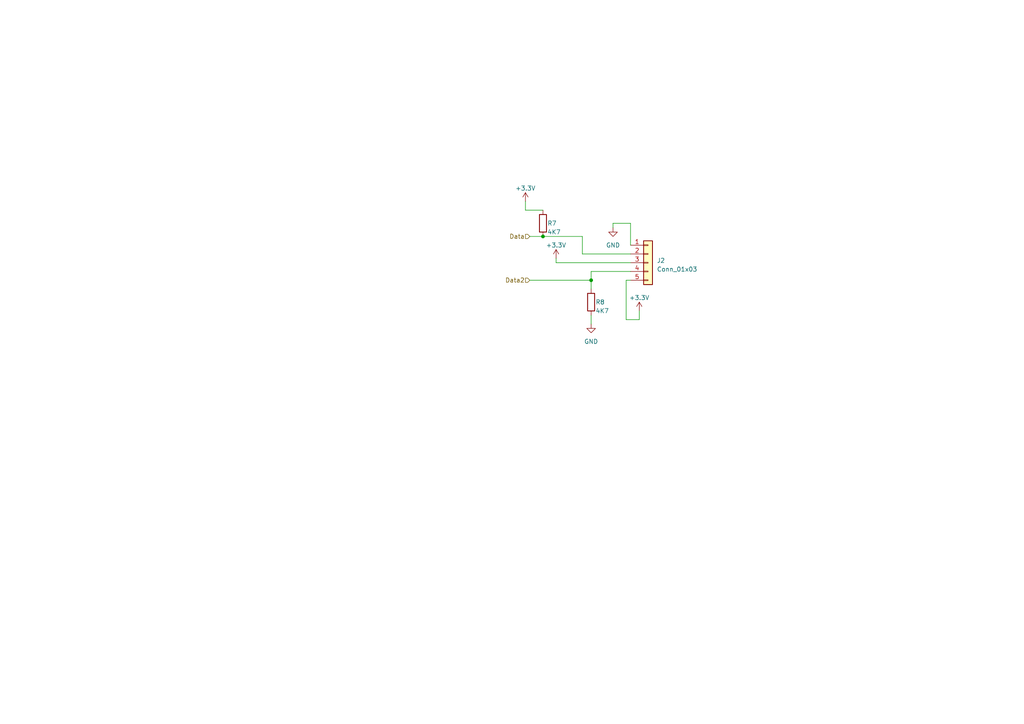
<source format=kicad_sch>
(kicad_sch (version 20230121) (generator eeschema)
  (paper "A4")
  (lib_symbols
    (symbol "Connector_Generic:Conn_01x05" (pin_names (offset 1.016) hide)
      (property "Reference" "J" (at 0 7.62 0))
      (property "Value" "Conn_01x05" (at 0 -7.62 0))
      (symbol "Conn_01x05_1_1"
        (rectangle (start -1.27 -4.953) (end 0 -5.207) (stroke (width 0.1524)))
        (rectangle (start -1.27 -2.413) (end 0 -2.667) (stroke (width 0.1524)))
        (rectangle (start -1.27 0.127) (end 0 -0.127) (stroke (width 0.1524)))
        (rectangle (start -1.27 2.667) (end 0 2.413) (stroke (width 0.1524)))
        (rectangle (start -1.27 5.207) (end 0 4.953) (stroke (width 0.1524)))
        (rectangle (start -1.27 6.35) (end 1.27 -6.35) (stroke (width 0.254)) (fill (type background)))
        (pin passive line (at -5.08 5.08 0) (length 3.81) (name "Pin_1") (number "1"))
        (pin passive line (at -5.08 2.54 0) (length 3.81) (name "Pin_2") (number "2"))
        (pin passive line (at -5.08 0 0) (length 3.81) (name "Pin_3") (number "3"))
        (pin passive line (at -5.08 -2.54 0) (length 3.81) (name "Pin_4") (number "4"))
        (pin passive line (at -5.08 -5.08 0) (length 3.81) (name "Pin_5") (number "5"))
      )
    )
    (symbol "Device:R" (pin_numbers hide) (pin_names (offset 0))
      (property "Reference" "R" (at 2.032 0 90))
      (property "Value" "R" (at 0 0 90))
      (symbol "R_0_1"
        (rectangle (start -1.016 -2.54) (end 1.016 2.54) (stroke (width 0.254)))
      )
      (symbol "R_1_1"
        (pin passive line (at 0 3.81 270) (length 1.27) (name "~") (number "1"))
        (pin passive line (at 0 -3.81 90) (length 1.27) (name "~") (number "2"))
      )
    )
    (symbol "power:+3.3V" (power) (pin_names (offset 0))
      (property "Value" "+3.3V" (at 0 3.556 0))
      (symbol "+3.3V_0_1"
        (polyline (pts (xy -0.762 1.27) (xy 0 2.54)))
        (polyline (pts (xy 0 0) (xy 0 2.54)))
        (polyline (pts (xy 0 2.54) (xy 0.762 1.27)))
      )
      (symbol "+3.3V_1_1"
        (pin power_in line (at 0 0 90) (length 0) hide (name "+3.3V") (number "1"))
      )
    )
    (symbol "power:GND" (power) (pin_names (offset 0))
      (property "Value" "GND" (at 0 -3.81 0))
      (symbol "GND_0_1"
        (polyline (pts (xy 0 0) (xy 0 -1.27) (xy 1.27 -1.27) (xy 0 -2.54) (xy -1.27 -1.27) (xy 0 -1.27)))
      )
      (symbol "GND_1_1"
        (pin power_in line (at 0 0 270) (length 0) hide (name "GND") (number "1"))
      )
    )
  )
  (junction (at 157.48 68.58))
  (junction (at 171.45 81.28))
  (wire (pts (xy 168.91 73.66) (xy 182.88 73.66)))
  (wire (pts (xy 153.67 68.58) (xy 157.48 68.58)))
  (wire (pts (xy 152.4 60.96) (xy 157.48 60.96)))
  (wire (pts (xy 181.61 92.71) (xy 185.42 92.71)))
  (wire (pts (xy 171.45 93.98) (xy 171.45 91.44)))
  (wire (pts (xy 153.67 81.28) (xy 171.45 81.28)))
  (wire (pts (xy 182.88 76.2) (xy 161.29 76.2)))
  (wire (pts (xy 152.4 58.42) (xy 152.4 60.96)))
  (wire (pts (xy 182.88 71.12) (xy 182.88 64.77)))
  (wire (pts (xy 157.48 68.58) (xy 168.91 68.58)))
  (wire (pts (xy 181.61 81.28) (xy 181.61 92.71)))
  (wire (pts (xy 168.91 68.58) (xy 168.91 73.66)))
  (wire (pts (xy 171.45 78.74) (xy 171.45 81.28)))
  (wire (pts (xy 182.88 78.74) (xy 171.45 78.74)))
  (wire (pts (xy 182.88 81.28) (xy 181.61 81.28)))
  (wire (pts (xy 182.88 64.77) (xy 177.8 64.77)))
  (wire (pts (xy 185.42 92.71) (xy 185.42 90.17)))
  (wire (pts (xy 177.8 64.77) (xy 177.8 66.04)))
  (wire (pts (xy 171.45 83.82) (xy 171.45 81.28)))
  (wire (pts (xy 161.29 76.2) (xy 161.29 74.93)))
  (hierarchical_label "Data2" (shape input) (at 153.67 81.28 180))
  (hierarchical_label "Data" (shape input) (at 153.67 68.58 180))
  (symbol (lib_id "power:+3.3V") (at 152.4 58.42 0) (unit 1)
    (property "Reference" "#PWR029" (effects hide))
    (property "Value" "+3.3V" (at 152.4 54.61 0))
    (instances (project "AquariumController" (path "" (reference "#PWR029") (unit 1)) (path "" (reference "#PWR031") (unit 1)) (path "" (reference "#PWR013") (unit 1))))
  )
  (symbol (lib_id "power:GND") (at 171.45 93.98 0) (unit 1)
    (property "Reference" "#PWR015" (effects hide))
    (property "Value" "GND" (at 171.45 99.06 0))
    (instances (project "AquariumController" (path "" (reference "#PWR015") (unit 1)) (path "" (reference "#PWR025") (unit 1))))
  )
  (symbol (lib_id "power:+3.3V") (at 185.42 90.17 0) (unit 1)
    (property "Reference" "#PWR029" (effects hide))
    (property "Value" "+3.3V" (at 185.42 86.36 0))
    (instances (project "AquariumController" (path "" (reference "#PWR029") (unit 1)) (path "" (reference "#PWR031") (unit 1)) (path "" (reference "#PWR024") (unit 1))))
  )
  (symbol (lib_id "power:+3.3V") (at 161.29 74.93 0) (unit 1)
    (property "Reference" "#PWR029" (effects hide))
    (property "Value" "+3.3V" (at 161.29 71.12 0))
    (instances (project "AquariumController" (path "" (reference "#PWR029") (unit 1)) (path "" (reference "#PWR031") (unit 1)) (path "" (reference "#PWR014") (unit 1))))
  )
  (symbol (lib_id "Device:R") (at 157.48 64.77 0) (unit 1)
    (property "Reference" "R7" (at 158.75 64.77 0) (effects (justify left)))
    (property "Value" "4K7" (at 158.75 67.31 0) (effects (justify left)))
    (property "Footprint" "Resistor_SMD:R_0603_1608Metric" (effects hide))
    (property "JLCPCB Part #" "C23162" (effects hide))
  )
  (symbol (lib_id "Device:R") (at 171.45 87.63 0) (unit 1)
    (property "Reference" "R8" (at 172.72 87.63 0) (effects (justify left)))
    (property "Value" "4K7" (at 172.72 90.17 0) (effects (justify left)))
    (property "Footprint" "Resistor_SMD:R_0603_1608Metric" (effects hide))
    (property "JLCPCB Part #" "C23162" (effects hide))
  )
  (symbol (lib_id "Connector_Generic:Conn_01x05") (at 187.96 76.2 0) (unit 1) (in_bom no)
    (property "Reference" "J2" (at 190.5 75.565 0) (effects (justify left)))
    (property "Value" "Conn_01x03" (at 190.5 78.105 0) (effects (justify left)))
    (property "Footprint" "Connector_PinHeader_2.54mm:PinHeader_1x05_P2.54mm_Vertical" (effects hide))
  )
  (symbol (lib_id "power:GND") (at 177.8 66.04 0) (unit 1)
    (property "Reference" "#PWR015" (effects hide))
    (property "Value" "GND" (at 177.8 71.12 0))
    (instances (project "AquariumController" (path "" (reference "#PWR015") (unit 1)) (path "" (reference "#PWR023") (unit 1))))
  )
)
</source>
